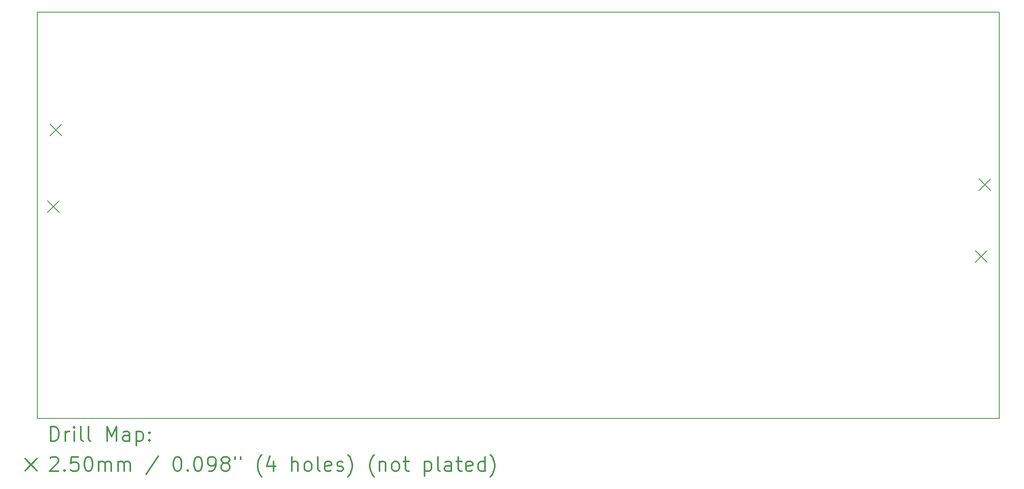
<source format=gbr>
%FSLAX45Y45*%
G04 Gerber Fmt 4.5, Leading zero omitted, Abs format (unit mm)*
G04 Created by KiCad (PCBNEW (5.0.0)) date 09/12/18 00:51:42*
%MOMM*%
%LPD*%
G01*
G04 APERTURE LIST*
%ADD10C,0.150000*%
%ADD11C,0.200000*%
%ADD12C,0.300000*%
G04 APERTURE END LIST*
D10*
X3200400Y-13309600D02*
X3251200Y-13309600D01*
X3200400Y-4826000D02*
X3200400Y-13309600D01*
X23266400Y-4826000D02*
X3200400Y-4826000D01*
X23266400Y-13309600D02*
X23266400Y-4826000D01*
X3251200Y-13309600D02*
X23266400Y-13309600D01*
D11*
X3456400Y-7164800D02*
X3706400Y-7414800D01*
X3706400Y-7164800D02*
X3456400Y-7414800D01*
X22836600Y-8307800D02*
X23086600Y-8557800D01*
X23086600Y-8307800D02*
X22836600Y-8557800D01*
X22760400Y-9806400D02*
X23010400Y-10056400D01*
X23010400Y-9806400D02*
X22760400Y-10056400D01*
X3405600Y-8765000D02*
X3655600Y-9015000D01*
X3655600Y-8765000D02*
X3405600Y-9015000D01*
D12*
X3479328Y-13782814D02*
X3479328Y-13482814D01*
X3550757Y-13482814D01*
X3593614Y-13497100D01*
X3622186Y-13525671D01*
X3636471Y-13554243D01*
X3650757Y-13611386D01*
X3650757Y-13654243D01*
X3636471Y-13711386D01*
X3622186Y-13739957D01*
X3593614Y-13768529D01*
X3550757Y-13782814D01*
X3479328Y-13782814D01*
X3779328Y-13782814D02*
X3779328Y-13582814D01*
X3779328Y-13639957D02*
X3793614Y-13611386D01*
X3807900Y-13597100D01*
X3836471Y-13582814D01*
X3865043Y-13582814D01*
X3965043Y-13782814D02*
X3965043Y-13582814D01*
X3965043Y-13482814D02*
X3950757Y-13497100D01*
X3965043Y-13511386D01*
X3979328Y-13497100D01*
X3965043Y-13482814D01*
X3965043Y-13511386D01*
X4150757Y-13782814D02*
X4122186Y-13768529D01*
X4107900Y-13739957D01*
X4107900Y-13482814D01*
X4307900Y-13782814D02*
X4279328Y-13768529D01*
X4265043Y-13739957D01*
X4265043Y-13482814D01*
X4650757Y-13782814D02*
X4650757Y-13482814D01*
X4750757Y-13697100D01*
X4850757Y-13482814D01*
X4850757Y-13782814D01*
X5122186Y-13782814D02*
X5122186Y-13625671D01*
X5107900Y-13597100D01*
X5079328Y-13582814D01*
X5022186Y-13582814D01*
X4993614Y-13597100D01*
X5122186Y-13768529D02*
X5093614Y-13782814D01*
X5022186Y-13782814D01*
X4993614Y-13768529D01*
X4979328Y-13739957D01*
X4979328Y-13711386D01*
X4993614Y-13682814D01*
X5022186Y-13668529D01*
X5093614Y-13668529D01*
X5122186Y-13654243D01*
X5265043Y-13582814D02*
X5265043Y-13882814D01*
X5265043Y-13597100D02*
X5293614Y-13582814D01*
X5350757Y-13582814D01*
X5379328Y-13597100D01*
X5393614Y-13611386D01*
X5407900Y-13639957D01*
X5407900Y-13725671D01*
X5393614Y-13754243D01*
X5379328Y-13768529D01*
X5350757Y-13782814D01*
X5293614Y-13782814D01*
X5265043Y-13768529D01*
X5536471Y-13754243D02*
X5550757Y-13768529D01*
X5536471Y-13782814D01*
X5522186Y-13768529D01*
X5536471Y-13754243D01*
X5536471Y-13782814D01*
X5536471Y-13597100D02*
X5550757Y-13611386D01*
X5536471Y-13625671D01*
X5522186Y-13611386D01*
X5536471Y-13597100D01*
X5536471Y-13625671D01*
X2942900Y-14152100D02*
X3192900Y-14402100D01*
X3192900Y-14152100D02*
X2942900Y-14402100D01*
X3465043Y-14141386D02*
X3479328Y-14127100D01*
X3507900Y-14112814D01*
X3579328Y-14112814D01*
X3607900Y-14127100D01*
X3622186Y-14141386D01*
X3636471Y-14169957D01*
X3636471Y-14198529D01*
X3622186Y-14241386D01*
X3450757Y-14412814D01*
X3636471Y-14412814D01*
X3765043Y-14384243D02*
X3779328Y-14398529D01*
X3765043Y-14412814D01*
X3750757Y-14398529D01*
X3765043Y-14384243D01*
X3765043Y-14412814D01*
X4050757Y-14112814D02*
X3907900Y-14112814D01*
X3893614Y-14255671D01*
X3907900Y-14241386D01*
X3936471Y-14227100D01*
X4007900Y-14227100D01*
X4036471Y-14241386D01*
X4050757Y-14255671D01*
X4065043Y-14284243D01*
X4065043Y-14355671D01*
X4050757Y-14384243D01*
X4036471Y-14398529D01*
X4007900Y-14412814D01*
X3936471Y-14412814D01*
X3907900Y-14398529D01*
X3893614Y-14384243D01*
X4250757Y-14112814D02*
X4279328Y-14112814D01*
X4307900Y-14127100D01*
X4322186Y-14141386D01*
X4336471Y-14169957D01*
X4350757Y-14227100D01*
X4350757Y-14298529D01*
X4336471Y-14355671D01*
X4322186Y-14384243D01*
X4307900Y-14398529D01*
X4279328Y-14412814D01*
X4250757Y-14412814D01*
X4222186Y-14398529D01*
X4207900Y-14384243D01*
X4193614Y-14355671D01*
X4179328Y-14298529D01*
X4179328Y-14227100D01*
X4193614Y-14169957D01*
X4207900Y-14141386D01*
X4222186Y-14127100D01*
X4250757Y-14112814D01*
X4479328Y-14412814D02*
X4479328Y-14212814D01*
X4479328Y-14241386D02*
X4493614Y-14227100D01*
X4522186Y-14212814D01*
X4565043Y-14212814D01*
X4593614Y-14227100D01*
X4607900Y-14255671D01*
X4607900Y-14412814D01*
X4607900Y-14255671D02*
X4622186Y-14227100D01*
X4650757Y-14212814D01*
X4693614Y-14212814D01*
X4722186Y-14227100D01*
X4736471Y-14255671D01*
X4736471Y-14412814D01*
X4879328Y-14412814D02*
X4879328Y-14212814D01*
X4879328Y-14241386D02*
X4893614Y-14227100D01*
X4922186Y-14212814D01*
X4965043Y-14212814D01*
X4993614Y-14227100D01*
X5007900Y-14255671D01*
X5007900Y-14412814D01*
X5007900Y-14255671D02*
X5022186Y-14227100D01*
X5050757Y-14212814D01*
X5093614Y-14212814D01*
X5122186Y-14227100D01*
X5136471Y-14255671D01*
X5136471Y-14412814D01*
X5722186Y-14098529D02*
X5465043Y-14484243D01*
X6107900Y-14112814D02*
X6136471Y-14112814D01*
X6165043Y-14127100D01*
X6179328Y-14141386D01*
X6193614Y-14169957D01*
X6207900Y-14227100D01*
X6207900Y-14298529D01*
X6193614Y-14355671D01*
X6179328Y-14384243D01*
X6165043Y-14398529D01*
X6136471Y-14412814D01*
X6107900Y-14412814D01*
X6079328Y-14398529D01*
X6065043Y-14384243D01*
X6050757Y-14355671D01*
X6036471Y-14298529D01*
X6036471Y-14227100D01*
X6050757Y-14169957D01*
X6065043Y-14141386D01*
X6079328Y-14127100D01*
X6107900Y-14112814D01*
X6336471Y-14384243D02*
X6350757Y-14398529D01*
X6336471Y-14412814D01*
X6322186Y-14398529D01*
X6336471Y-14384243D01*
X6336471Y-14412814D01*
X6536471Y-14112814D02*
X6565043Y-14112814D01*
X6593614Y-14127100D01*
X6607900Y-14141386D01*
X6622186Y-14169957D01*
X6636471Y-14227100D01*
X6636471Y-14298529D01*
X6622186Y-14355671D01*
X6607900Y-14384243D01*
X6593614Y-14398529D01*
X6565043Y-14412814D01*
X6536471Y-14412814D01*
X6507900Y-14398529D01*
X6493614Y-14384243D01*
X6479328Y-14355671D01*
X6465043Y-14298529D01*
X6465043Y-14227100D01*
X6479328Y-14169957D01*
X6493614Y-14141386D01*
X6507900Y-14127100D01*
X6536471Y-14112814D01*
X6779328Y-14412814D02*
X6836471Y-14412814D01*
X6865043Y-14398529D01*
X6879328Y-14384243D01*
X6907900Y-14341386D01*
X6922186Y-14284243D01*
X6922186Y-14169957D01*
X6907900Y-14141386D01*
X6893614Y-14127100D01*
X6865043Y-14112814D01*
X6807900Y-14112814D01*
X6779328Y-14127100D01*
X6765043Y-14141386D01*
X6750757Y-14169957D01*
X6750757Y-14241386D01*
X6765043Y-14269957D01*
X6779328Y-14284243D01*
X6807900Y-14298529D01*
X6865043Y-14298529D01*
X6893614Y-14284243D01*
X6907900Y-14269957D01*
X6922186Y-14241386D01*
X7093614Y-14241386D02*
X7065043Y-14227100D01*
X7050757Y-14212814D01*
X7036471Y-14184243D01*
X7036471Y-14169957D01*
X7050757Y-14141386D01*
X7065043Y-14127100D01*
X7093614Y-14112814D01*
X7150757Y-14112814D01*
X7179328Y-14127100D01*
X7193614Y-14141386D01*
X7207900Y-14169957D01*
X7207900Y-14184243D01*
X7193614Y-14212814D01*
X7179328Y-14227100D01*
X7150757Y-14241386D01*
X7093614Y-14241386D01*
X7065043Y-14255671D01*
X7050757Y-14269957D01*
X7036471Y-14298529D01*
X7036471Y-14355671D01*
X7050757Y-14384243D01*
X7065043Y-14398529D01*
X7093614Y-14412814D01*
X7150757Y-14412814D01*
X7179328Y-14398529D01*
X7193614Y-14384243D01*
X7207900Y-14355671D01*
X7207900Y-14298529D01*
X7193614Y-14269957D01*
X7179328Y-14255671D01*
X7150757Y-14241386D01*
X7322186Y-14112814D02*
X7322186Y-14169957D01*
X7436471Y-14112814D02*
X7436471Y-14169957D01*
X7879328Y-14527100D02*
X7865043Y-14512814D01*
X7836471Y-14469957D01*
X7822186Y-14441386D01*
X7807900Y-14398529D01*
X7793614Y-14327100D01*
X7793614Y-14269957D01*
X7807900Y-14198529D01*
X7822186Y-14155671D01*
X7836471Y-14127100D01*
X7865043Y-14084243D01*
X7879328Y-14069957D01*
X8122186Y-14212814D02*
X8122186Y-14412814D01*
X8050757Y-14098529D02*
X7979328Y-14312814D01*
X8165043Y-14312814D01*
X8507900Y-14412814D02*
X8507900Y-14112814D01*
X8636471Y-14412814D02*
X8636471Y-14255671D01*
X8622186Y-14227100D01*
X8593614Y-14212814D01*
X8550757Y-14212814D01*
X8522186Y-14227100D01*
X8507900Y-14241386D01*
X8822186Y-14412814D02*
X8793614Y-14398529D01*
X8779328Y-14384243D01*
X8765043Y-14355671D01*
X8765043Y-14269957D01*
X8779328Y-14241386D01*
X8793614Y-14227100D01*
X8822186Y-14212814D01*
X8865043Y-14212814D01*
X8893614Y-14227100D01*
X8907900Y-14241386D01*
X8922186Y-14269957D01*
X8922186Y-14355671D01*
X8907900Y-14384243D01*
X8893614Y-14398529D01*
X8865043Y-14412814D01*
X8822186Y-14412814D01*
X9093614Y-14412814D02*
X9065043Y-14398529D01*
X9050757Y-14369957D01*
X9050757Y-14112814D01*
X9322186Y-14398529D02*
X9293614Y-14412814D01*
X9236471Y-14412814D01*
X9207900Y-14398529D01*
X9193614Y-14369957D01*
X9193614Y-14255671D01*
X9207900Y-14227100D01*
X9236471Y-14212814D01*
X9293614Y-14212814D01*
X9322186Y-14227100D01*
X9336471Y-14255671D01*
X9336471Y-14284243D01*
X9193614Y-14312814D01*
X9450757Y-14398529D02*
X9479328Y-14412814D01*
X9536471Y-14412814D01*
X9565043Y-14398529D01*
X9579328Y-14369957D01*
X9579328Y-14355671D01*
X9565043Y-14327100D01*
X9536471Y-14312814D01*
X9493614Y-14312814D01*
X9465043Y-14298529D01*
X9450757Y-14269957D01*
X9450757Y-14255671D01*
X9465043Y-14227100D01*
X9493614Y-14212814D01*
X9536471Y-14212814D01*
X9565043Y-14227100D01*
X9679328Y-14527100D02*
X9693614Y-14512814D01*
X9722186Y-14469957D01*
X9736471Y-14441386D01*
X9750757Y-14398529D01*
X9765043Y-14327100D01*
X9765043Y-14269957D01*
X9750757Y-14198529D01*
X9736471Y-14155671D01*
X9722186Y-14127100D01*
X9693614Y-14084243D01*
X9679328Y-14069957D01*
X10222186Y-14527100D02*
X10207900Y-14512814D01*
X10179328Y-14469957D01*
X10165043Y-14441386D01*
X10150757Y-14398529D01*
X10136471Y-14327100D01*
X10136471Y-14269957D01*
X10150757Y-14198529D01*
X10165043Y-14155671D01*
X10179328Y-14127100D01*
X10207900Y-14084243D01*
X10222186Y-14069957D01*
X10336471Y-14212814D02*
X10336471Y-14412814D01*
X10336471Y-14241386D02*
X10350757Y-14227100D01*
X10379328Y-14212814D01*
X10422186Y-14212814D01*
X10450757Y-14227100D01*
X10465043Y-14255671D01*
X10465043Y-14412814D01*
X10650757Y-14412814D02*
X10622186Y-14398529D01*
X10607900Y-14384243D01*
X10593614Y-14355671D01*
X10593614Y-14269957D01*
X10607900Y-14241386D01*
X10622186Y-14227100D01*
X10650757Y-14212814D01*
X10693614Y-14212814D01*
X10722186Y-14227100D01*
X10736471Y-14241386D01*
X10750757Y-14269957D01*
X10750757Y-14355671D01*
X10736471Y-14384243D01*
X10722186Y-14398529D01*
X10693614Y-14412814D01*
X10650757Y-14412814D01*
X10836471Y-14212814D02*
X10950757Y-14212814D01*
X10879328Y-14112814D02*
X10879328Y-14369957D01*
X10893614Y-14398529D01*
X10922186Y-14412814D01*
X10950757Y-14412814D01*
X11279328Y-14212814D02*
X11279328Y-14512814D01*
X11279328Y-14227100D02*
X11307900Y-14212814D01*
X11365043Y-14212814D01*
X11393614Y-14227100D01*
X11407900Y-14241386D01*
X11422186Y-14269957D01*
X11422186Y-14355671D01*
X11407900Y-14384243D01*
X11393614Y-14398529D01*
X11365043Y-14412814D01*
X11307900Y-14412814D01*
X11279328Y-14398529D01*
X11593614Y-14412814D02*
X11565043Y-14398529D01*
X11550757Y-14369957D01*
X11550757Y-14112814D01*
X11836471Y-14412814D02*
X11836471Y-14255671D01*
X11822186Y-14227100D01*
X11793614Y-14212814D01*
X11736471Y-14212814D01*
X11707900Y-14227100D01*
X11836471Y-14398529D02*
X11807900Y-14412814D01*
X11736471Y-14412814D01*
X11707900Y-14398529D01*
X11693614Y-14369957D01*
X11693614Y-14341386D01*
X11707900Y-14312814D01*
X11736471Y-14298529D01*
X11807900Y-14298529D01*
X11836471Y-14284243D01*
X11936471Y-14212814D02*
X12050757Y-14212814D01*
X11979328Y-14112814D02*
X11979328Y-14369957D01*
X11993614Y-14398529D01*
X12022186Y-14412814D01*
X12050757Y-14412814D01*
X12265043Y-14398529D02*
X12236471Y-14412814D01*
X12179328Y-14412814D01*
X12150757Y-14398529D01*
X12136471Y-14369957D01*
X12136471Y-14255671D01*
X12150757Y-14227100D01*
X12179328Y-14212814D01*
X12236471Y-14212814D01*
X12265043Y-14227100D01*
X12279328Y-14255671D01*
X12279328Y-14284243D01*
X12136471Y-14312814D01*
X12536471Y-14412814D02*
X12536471Y-14112814D01*
X12536471Y-14398529D02*
X12507900Y-14412814D01*
X12450757Y-14412814D01*
X12422186Y-14398529D01*
X12407900Y-14384243D01*
X12393614Y-14355671D01*
X12393614Y-14269957D01*
X12407900Y-14241386D01*
X12422186Y-14227100D01*
X12450757Y-14212814D01*
X12507900Y-14212814D01*
X12536471Y-14227100D01*
X12650757Y-14527100D02*
X12665043Y-14512814D01*
X12693614Y-14469957D01*
X12707900Y-14441386D01*
X12722186Y-14398529D01*
X12736471Y-14327100D01*
X12736471Y-14269957D01*
X12722186Y-14198529D01*
X12707900Y-14155671D01*
X12693614Y-14127100D01*
X12665043Y-14084243D01*
X12650757Y-14069957D01*
M02*

</source>
